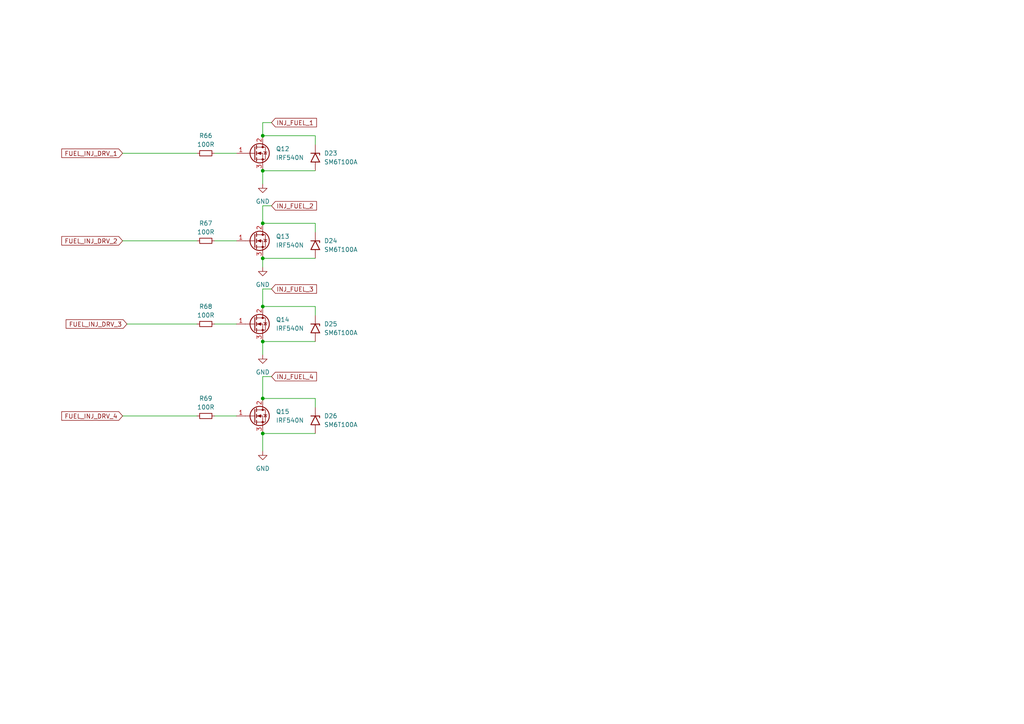
<source format=kicad_sch>
(kicad_sch
	(version 20250114)
	(generator "eeschema")
	(generator_version "9.0")
	(uuid "73ce5b8c-6202-489f-8c7c-570556631e2d")
	(paper "A4")
	(lib_symbols
		(symbol "Device:R_Small"
			(pin_numbers
				(hide yes)
			)
			(pin_names
				(offset 0.254)
				(hide yes)
			)
			(exclude_from_sim no)
			(in_bom yes)
			(on_board yes)
			(property "Reference" "R"
				(at 0.762 0.508 0)
				(effects
					(font
						(size 1.27 1.27)
					)
					(justify left)
				)
			)
			(property "Value" "R_Small"
				(at 0.762 -1.016 0)
				(effects
					(font
						(size 1.27 1.27)
					)
					(justify left)
				)
			)
			(property "Footprint" ""
				(at 0 0 0)
				(effects
					(font
						(size 1.27 1.27)
					)
					(hide yes)
				)
			)
			(property "Datasheet" "~"
				(at 0 0 0)
				(effects
					(font
						(size 1.27 1.27)
					)
					(hide yes)
				)
			)
			(property "Description" "Resistor, small symbol"
				(at 0 0 0)
				(effects
					(font
						(size 1.27 1.27)
					)
					(hide yes)
				)
			)
			(property "ki_keywords" "R resistor"
				(at 0 0 0)
				(effects
					(font
						(size 1.27 1.27)
					)
					(hide yes)
				)
			)
			(property "ki_fp_filters" "R_*"
				(at 0 0 0)
				(effects
					(font
						(size 1.27 1.27)
					)
					(hide yes)
				)
			)
			(symbol "R_Small_0_1"
				(rectangle
					(start -0.762 1.778)
					(end 0.762 -1.778)
					(stroke
						(width 0.2032)
						(type default)
					)
					(fill
						(type none)
					)
				)
			)
			(symbol "R_Small_1_1"
				(pin passive line
					(at 0 2.54 270)
					(length 0.762)
					(name "~"
						(effects
							(font
								(size 1.27 1.27)
							)
						)
					)
					(number "1"
						(effects
							(font
								(size 1.27 1.27)
							)
						)
					)
				)
				(pin passive line
					(at 0 -2.54 90)
					(length 0.762)
					(name "~"
						(effects
							(font
								(size 1.27 1.27)
							)
						)
					)
					(number "2"
						(effects
							(font
								(size 1.27 1.27)
							)
						)
					)
				)
			)
			(embedded_fonts no)
		)
		(symbol "Diode:SM6T100A"
			(pin_numbers
				(hide yes)
			)
			(pin_names
				(offset 1.016)
				(hide yes)
			)
			(exclude_from_sim no)
			(in_bom yes)
			(on_board yes)
			(property "Reference" "D"
				(at 0 2.54 0)
				(effects
					(font
						(size 1.27 1.27)
					)
				)
			)
			(property "Value" "SM6T100A"
				(at 0 -2.54 0)
				(effects
					(font
						(size 1.27 1.27)
					)
				)
			)
			(property "Footprint" "Diode_SMD:D_SMB"
				(at 0 -5.08 0)
				(effects
					(font
						(size 1.27 1.27)
					)
					(hide yes)
				)
			)
			(property "Datasheet" "https://www.st.com/resource/en/datasheet/sm6t.pdf"
				(at -1.27 0 0)
				(effects
					(font
						(size 1.27 1.27)
					)
					(hide yes)
				)
			)
			(property "Description" "600W unidirectional Transil Transient Voltage Suppressor, 100Vrwm, DO-214AA"
				(at 0 0 0)
				(effects
					(font
						(size 1.27 1.27)
					)
					(hide yes)
				)
			)
			(property "ki_keywords" "diode TVS voltage suppressor"
				(at 0 0 0)
				(effects
					(font
						(size 1.27 1.27)
					)
					(hide yes)
				)
			)
			(property "ki_fp_filters" "D*SMB*"
				(at 0 0 0)
				(effects
					(font
						(size 1.27 1.27)
					)
					(hide yes)
				)
			)
			(symbol "SM6T100A_0_1"
				(polyline
					(pts
						(xy -0.762 1.27) (xy -1.27 1.27) (xy -1.27 -1.27)
					)
					(stroke
						(width 0.254)
						(type default)
					)
					(fill
						(type none)
					)
				)
				(polyline
					(pts
						(xy 1.27 1.27) (xy 1.27 -1.27) (xy -1.27 0) (xy 1.27 1.27)
					)
					(stroke
						(width 0.254)
						(type default)
					)
					(fill
						(type none)
					)
				)
			)
			(symbol "SM6T100A_1_1"
				(pin passive line
					(at -3.81 0 0)
					(length 2.54)
					(name "A1"
						(effects
							(font
								(size 1.27 1.27)
							)
						)
					)
					(number "1"
						(effects
							(font
								(size 1.27 1.27)
							)
						)
					)
				)
				(pin passive line
					(at 3.81 0 180)
					(length 2.54)
					(name "A2"
						(effects
							(font
								(size 1.27 1.27)
							)
						)
					)
					(number "2"
						(effects
							(font
								(size 1.27 1.27)
							)
						)
					)
				)
			)
			(embedded_fonts no)
		)
		(symbol "Transistor_FET:IRF540N"
			(pin_names
				(hide yes)
			)
			(exclude_from_sim no)
			(in_bom yes)
			(on_board yes)
			(property "Reference" "Q"
				(at 5.08 1.905 0)
				(effects
					(font
						(size 1.27 1.27)
					)
					(justify left)
				)
			)
			(property "Value" "IRF540N"
				(at 5.08 0 0)
				(effects
					(font
						(size 1.27 1.27)
					)
					(justify left)
				)
			)
			(property "Footprint" "Package_TO_SOT_THT:TO-220-3_Vertical"
				(at 5.08 -1.905 0)
				(effects
					(font
						(size 1.27 1.27)
						(italic yes)
					)
					(justify left)
					(hide yes)
				)
			)
			(property "Datasheet" "http://www.irf.com/product-info/datasheets/data/irf540n.pdf"
				(at 5.08 -3.81 0)
				(effects
					(font
						(size 1.27 1.27)
					)
					(justify left)
					(hide yes)
				)
			)
			(property "Description" "33A Id, 100V Vds, HEXFET N-Channel MOSFET, TO-220"
				(at 0 0 0)
				(effects
					(font
						(size 1.27 1.27)
					)
					(hide yes)
				)
			)
			(property "ki_keywords" "HEXFET N-Channel MOSFET"
				(at 0 0 0)
				(effects
					(font
						(size 1.27 1.27)
					)
					(hide yes)
				)
			)
			(property "ki_fp_filters" "TO?220*"
				(at 0 0 0)
				(effects
					(font
						(size 1.27 1.27)
					)
					(hide yes)
				)
			)
			(symbol "IRF540N_0_1"
				(polyline
					(pts
						(xy 0.254 1.905) (xy 0.254 -1.905)
					)
					(stroke
						(width 0.254)
						(type default)
					)
					(fill
						(type none)
					)
				)
				(polyline
					(pts
						(xy 0.254 0) (xy -2.54 0)
					)
					(stroke
						(width 0)
						(type default)
					)
					(fill
						(type none)
					)
				)
				(polyline
					(pts
						(xy 0.762 2.286) (xy 0.762 1.27)
					)
					(stroke
						(width 0.254)
						(type default)
					)
					(fill
						(type none)
					)
				)
				(polyline
					(pts
						(xy 0.762 0.508) (xy 0.762 -0.508)
					)
					(stroke
						(width 0.254)
						(type default)
					)
					(fill
						(type none)
					)
				)
				(polyline
					(pts
						(xy 0.762 -1.27) (xy 0.762 -2.286)
					)
					(stroke
						(width 0.254)
						(type default)
					)
					(fill
						(type none)
					)
				)
				(polyline
					(pts
						(xy 0.762 -1.778) (xy 3.302 -1.778) (xy 3.302 1.778) (xy 0.762 1.778)
					)
					(stroke
						(width 0)
						(type default)
					)
					(fill
						(type none)
					)
				)
				(polyline
					(pts
						(xy 1.016 0) (xy 2.032 0.381) (xy 2.032 -0.381) (xy 1.016 0)
					)
					(stroke
						(width 0)
						(type default)
					)
					(fill
						(type outline)
					)
				)
				(circle
					(center 1.651 0)
					(radius 2.794)
					(stroke
						(width 0.254)
						(type default)
					)
					(fill
						(type none)
					)
				)
				(polyline
					(pts
						(xy 2.54 2.54) (xy 2.54 1.778)
					)
					(stroke
						(width 0)
						(type default)
					)
					(fill
						(type none)
					)
				)
				(circle
					(center 2.54 1.778)
					(radius 0.254)
					(stroke
						(width 0)
						(type default)
					)
					(fill
						(type outline)
					)
				)
				(circle
					(center 2.54 -1.778)
					(radius 0.254)
					(stroke
						(width 0)
						(type default)
					)
					(fill
						(type outline)
					)
				)
				(polyline
					(pts
						(xy 2.54 -2.54) (xy 2.54 0) (xy 0.762 0)
					)
					(stroke
						(width 0)
						(type default)
					)
					(fill
						(type none)
					)
				)
				(polyline
					(pts
						(xy 2.794 0.508) (xy 2.921 0.381) (xy 3.683 0.381) (xy 3.81 0.254)
					)
					(stroke
						(width 0)
						(type default)
					)
					(fill
						(type none)
					)
				)
				(polyline
					(pts
						(xy 3.302 0.381) (xy 2.921 -0.254) (xy 3.683 -0.254) (xy 3.302 0.381)
					)
					(stroke
						(width 0)
						(type default)
					)
					(fill
						(type none)
					)
				)
			)
			(symbol "IRF540N_1_1"
				(pin input line
					(at -5.08 0 0)
					(length 2.54)
					(name "G"
						(effects
							(font
								(size 1.27 1.27)
							)
						)
					)
					(number "1"
						(effects
							(font
								(size 1.27 1.27)
							)
						)
					)
				)
				(pin passive line
					(at 2.54 5.08 270)
					(length 2.54)
					(name "D"
						(effects
							(font
								(size 1.27 1.27)
							)
						)
					)
					(number "2"
						(effects
							(font
								(size 1.27 1.27)
							)
						)
					)
				)
				(pin passive line
					(at 2.54 -5.08 90)
					(length 2.54)
					(name "S"
						(effects
							(font
								(size 1.27 1.27)
							)
						)
					)
					(number "3"
						(effects
							(font
								(size 1.27 1.27)
							)
						)
					)
				)
			)
			(embedded_fonts no)
		)
		(symbol "power:GND"
			(power)
			(pin_numbers
				(hide yes)
			)
			(pin_names
				(offset 0)
				(hide yes)
			)
			(exclude_from_sim no)
			(in_bom yes)
			(on_board yes)
			(property "Reference" "#PWR"
				(at 0 -6.35 0)
				(effects
					(font
						(size 1.27 1.27)
					)
					(hide yes)
				)
			)
			(property "Value" "GND"
				(at 0 -3.81 0)
				(effects
					(font
						(size 1.27 1.27)
					)
				)
			)
			(property "Footprint" ""
				(at 0 0 0)
				(effects
					(font
						(size 1.27 1.27)
					)
					(hide yes)
				)
			)
			(property "Datasheet" ""
				(at 0 0 0)
				(effects
					(font
						(size 1.27 1.27)
					)
					(hide yes)
				)
			)
			(property "Description" "Power symbol creates a global label with name \"GND\" , ground"
				(at 0 0 0)
				(effects
					(font
						(size 1.27 1.27)
					)
					(hide yes)
				)
			)
			(property "ki_keywords" "global power"
				(at 0 0 0)
				(effects
					(font
						(size 1.27 1.27)
					)
					(hide yes)
				)
			)
			(symbol "GND_0_1"
				(polyline
					(pts
						(xy 0 0) (xy 0 -1.27) (xy 1.27 -1.27) (xy 0 -2.54) (xy -1.27 -1.27) (xy 0 -1.27)
					)
					(stroke
						(width 0)
						(type default)
					)
					(fill
						(type none)
					)
				)
			)
			(symbol "GND_1_1"
				(pin power_in line
					(at 0 0 270)
					(length 0)
					(name "~"
						(effects
							(font
								(size 1.27 1.27)
							)
						)
					)
					(number "1"
						(effects
							(font
								(size 1.27 1.27)
							)
						)
					)
				)
			)
			(embedded_fonts no)
		)
	)
	(junction
		(at 76.2 74.93)
		(diameter 0)
		(color 0 0 0 0)
		(uuid "05514c3e-7121-4248-ba21-bd468c245087")
	)
	(junction
		(at 76.2 88.9)
		(diameter 0)
		(color 0 0 0 0)
		(uuid "066e79e9-dd35-41b1-bdcf-f35ae2045d7f")
	)
	(junction
		(at 76.2 49.53)
		(diameter 0)
		(color 0 0 0 0)
		(uuid "36a9f890-f040-4634-8bbd-764080f01109")
	)
	(junction
		(at 76.2 64.77)
		(diameter 0)
		(color 0 0 0 0)
		(uuid "3ce53183-8c38-4c74-a061-49879fd47bec")
	)
	(junction
		(at 76.2 99.06)
		(diameter 0)
		(color 0 0 0 0)
		(uuid "53d1892b-289b-42a2-931e-d9d12a6375fe")
	)
	(junction
		(at 76.2 125.73)
		(diameter 0)
		(color 0 0 0 0)
		(uuid "7c03251c-fefa-480a-a312-c538acf1436c")
	)
	(junction
		(at 76.2 39.37)
		(diameter 0)
		(color 0 0 0 0)
		(uuid "ba48ebc0-0f3f-4dd9-88cf-1f37bc5916c4")
	)
	(junction
		(at 76.2 115.57)
		(diameter 0)
		(color 0 0 0 0)
		(uuid "d380ceda-aa30-4ad8-acec-3fe2d35f14fe")
	)
	(wire
		(pts
			(xy 91.44 41.91) (xy 91.44 39.37)
		)
		(stroke
			(width 0)
			(type default)
		)
		(uuid "0a97570e-cd7f-407b-a8c0-37b65ef1b500")
	)
	(wire
		(pts
			(xy 76.2 74.93) (xy 91.44 74.93)
		)
		(stroke
			(width 0)
			(type default)
		)
		(uuid "0c001e18-b393-47b2-80f0-b5601b134526")
	)
	(wire
		(pts
			(xy 91.44 91.44) (xy 91.44 88.9)
		)
		(stroke
			(width 0)
			(type default)
		)
		(uuid "11997596-8942-47a7-8f60-822697e71d81")
	)
	(wire
		(pts
			(xy 62.23 93.98) (xy 68.58 93.98)
		)
		(stroke
			(width 0)
			(type default)
		)
		(uuid "150bad54-2150-4faf-98ad-0c0470e30612")
	)
	(wire
		(pts
			(xy 78.74 109.22) (xy 76.2 109.22)
		)
		(stroke
			(width 0)
			(type default)
		)
		(uuid "16d9d847-b78c-479a-8d1f-1517b2a63424")
	)
	(wire
		(pts
			(xy 91.44 118.11) (xy 91.44 115.57)
		)
		(stroke
			(width 0)
			(type default)
		)
		(uuid "1f6ef06c-8cd1-4797-a8e5-42bb5c8db88b")
	)
	(wire
		(pts
			(xy 76.2 109.22) (xy 76.2 115.57)
		)
		(stroke
			(width 0)
			(type default)
		)
		(uuid "2b94c180-d702-4317-ac86-c35cdd6b7625")
	)
	(wire
		(pts
			(xy 78.74 83.82) (xy 76.2 83.82)
		)
		(stroke
			(width 0)
			(type default)
		)
		(uuid "309870bb-c538-4ffe-9aa1-10996f4ee5c6")
	)
	(wire
		(pts
			(xy 35.56 44.45) (xy 57.15 44.45)
		)
		(stroke
			(width 0)
			(type default)
		)
		(uuid "37cb19c8-42ad-4517-ab67-bb317c9c56dc")
	)
	(wire
		(pts
			(xy 76.2 74.93) (xy 76.2 77.47)
		)
		(stroke
			(width 0)
			(type default)
		)
		(uuid "422f1547-b1e8-4bc4-826a-9b169674f319")
	)
	(wire
		(pts
			(xy 62.23 69.85) (xy 68.58 69.85)
		)
		(stroke
			(width 0)
			(type default)
		)
		(uuid "4351b641-38c2-4080-bcbe-5689d45aa29f")
	)
	(wire
		(pts
			(xy 76.2 83.82) (xy 76.2 88.9)
		)
		(stroke
			(width 0)
			(type default)
		)
		(uuid "440e252f-8f1d-4af1-8275-db0a636e68bb")
	)
	(wire
		(pts
			(xy 76.2 35.56) (xy 76.2 39.37)
		)
		(stroke
			(width 0)
			(type default)
		)
		(uuid "4ad00a3b-82a9-4787-a55d-25b38e613eb9")
	)
	(wire
		(pts
			(xy 91.44 67.31) (xy 91.44 64.77)
		)
		(stroke
			(width 0)
			(type default)
		)
		(uuid "69a374c3-cf27-49db-93d9-a7a9a8ad89bc")
	)
	(wire
		(pts
			(xy 91.44 115.57) (xy 76.2 115.57)
		)
		(stroke
			(width 0)
			(type default)
		)
		(uuid "6e653cda-d433-4464-beba-1795e9c4be38")
	)
	(wire
		(pts
			(xy 36.83 93.98) (xy 57.15 93.98)
		)
		(stroke
			(width 0)
			(type default)
		)
		(uuid "7913853b-ff15-44c8-bf02-349063b7c80d")
	)
	(wire
		(pts
			(xy 76.2 99.06) (xy 76.2 102.87)
		)
		(stroke
			(width 0)
			(type default)
		)
		(uuid "9a09e05a-1b7f-4886-8db6-ee2de999c9ec")
	)
	(wire
		(pts
			(xy 35.56 120.65) (xy 57.15 120.65)
		)
		(stroke
			(width 0)
			(type default)
		)
		(uuid "9a5c9cf1-2b59-4b8e-902b-5994b1176352")
	)
	(wire
		(pts
			(xy 76.2 125.73) (xy 91.44 125.73)
		)
		(stroke
			(width 0)
			(type default)
		)
		(uuid "9d68fb88-f7bd-4e52-bff4-5454d4d8f26f")
	)
	(wire
		(pts
			(xy 35.56 69.85) (xy 57.15 69.85)
		)
		(stroke
			(width 0)
			(type default)
		)
		(uuid "a0422fe6-65b8-4854-865d-1440817372a2")
	)
	(wire
		(pts
			(xy 76.2 59.69) (xy 76.2 64.77)
		)
		(stroke
			(width 0)
			(type default)
		)
		(uuid "a0ae02c3-e5c1-48bd-a1b5-ea5e3ca875ac")
	)
	(wire
		(pts
			(xy 62.23 120.65) (xy 68.58 120.65)
		)
		(stroke
			(width 0)
			(type default)
		)
		(uuid "ac7b78a4-45a6-4031-8e3c-066cdfd6110c")
	)
	(wire
		(pts
			(xy 76.2 99.06) (xy 91.44 99.06)
		)
		(stroke
			(width 0)
			(type default)
		)
		(uuid "b1e03a24-c17f-45bf-a1b8-c11ff0868a37")
	)
	(wire
		(pts
			(xy 76.2 49.53) (xy 91.44 49.53)
		)
		(stroke
			(width 0)
			(type default)
		)
		(uuid "b286f2b2-2921-4b31-baae-7532c497fdf7")
	)
	(wire
		(pts
			(xy 91.44 88.9) (xy 76.2 88.9)
		)
		(stroke
			(width 0)
			(type default)
		)
		(uuid "be55d4bc-1c8f-470f-ad5f-c826e39bab2a")
	)
	(wire
		(pts
			(xy 76.2 125.73) (xy 76.2 130.81)
		)
		(stroke
			(width 0)
			(type default)
		)
		(uuid "cbbd7466-2111-48bd-9150-669d4a11cd24")
	)
	(wire
		(pts
			(xy 91.44 39.37) (xy 76.2 39.37)
		)
		(stroke
			(width 0)
			(type default)
		)
		(uuid "d1e1e564-5e3c-4394-a66d-c01812d95428")
	)
	(wire
		(pts
			(xy 78.74 59.69) (xy 76.2 59.69)
		)
		(stroke
			(width 0)
			(type default)
		)
		(uuid "e4549e23-9193-4f23-aed6-9e24794ba2c9")
	)
	(wire
		(pts
			(xy 78.74 35.56) (xy 76.2 35.56)
		)
		(stroke
			(width 0)
			(type default)
		)
		(uuid "e56626d4-a208-4f71-84f2-426639c8091c")
	)
	(wire
		(pts
			(xy 91.44 64.77) (xy 76.2 64.77)
		)
		(stroke
			(width 0)
			(type default)
		)
		(uuid "ef01e909-adda-4c02-82df-7432417848dd")
	)
	(wire
		(pts
			(xy 62.23 44.45) (xy 68.58 44.45)
		)
		(stroke
			(width 0)
			(type default)
		)
		(uuid "f2186ea0-d7a0-459a-af71-8d4218d63b8d")
	)
	(wire
		(pts
			(xy 76.2 49.53) (xy 76.2 53.34)
		)
		(stroke
			(width 0)
			(type default)
		)
		(uuid "f9e249e0-caeb-415e-888e-7997e185aa97")
	)
	(global_label "FUEL_INJ_DRV_2"
		(shape input)
		(at 35.56 69.85 180)
		(fields_autoplaced yes)
		(effects
			(font
				(size 1.27 1.27)
			)
			(justify right)
		)
		(uuid "1d6f3364-a6de-4a3c-8aab-937f649e6f09")
		(property "Intersheetrefs" "${INTERSHEET_REFS}"
			(at 17.3348 69.85 0)
			(effects
				(font
					(size 1.27 1.27)
				)
				(justify right)
				(hide yes)
			)
		)
	)
	(global_label "INJ_FUEL_2"
		(shape input)
		(at 78.74 59.69 0)
		(fields_autoplaced yes)
		(effects
			(font
				(size 1.27 1.27)
			)
			(justify left)
		)
		(uuid "301e915a-f4ac-45e4-b727-143eb2ffaf9a")
		(property "Intersheetrefs" "${INTERSHEET_REFS}"
			(at 92.369 59.69 0)
			(effects
				(font
					(size 1.27 1.27)
				)
				(justify left)
				(hide yes)
			)
		)
	)
	(global_label "FUEL_INJ_DRV_1"
		(shape input)
		(at 35.56 44.45 180)
		(fields_autoplaced yes)
		(effects
			(font
				(size 1.27 1.27)
			)
			(justify right)
		)
		(uuid "3787bb32-2669-41f8-acbb-d878175d06b0")
		(property "Intersheetrefs" "${INTERSHEET_REFS}"
			(at 17.3348 44.45 0)
			(effects
				(font
					(size 1.27 1.27)
				)
				(justify right)
				(hide yes)
			)
		)
	)
	(global_label "FUEL_INJ_DRV_4"
		(shape input)
		(at 35.56 120.65 180)
		(fields_autoplaced yes)
		(effects
			(font
				(size 1.27 1.27)
			)
			(justify right)
		)
		(uuid "6165869f-7ad5-4956-ab76-7ad3ddce685e")
		(property "Intersheetrefs" "${INTERSHEET_REFS}"
			(at 17.3348 120.65 0)
			(effects
				(font
					(size 1.27 1.27)
				)
				(justify right)
				(hide yes)
			)
		)
	)
	(global_label "INJ_FUEL_4"
		(shape input)
		(at 78.74 109.22 0)
		(fields_autoplaced yes)
		(effects
			(font
				(size 1.27 1.27)
			)
			(justify left)
		)
		(uuid "b639c719-fea1-4bea-ba6d-04398ec9ec2c")
		(property "Intersheetrefs" "${INTERSHEET_REFS}"
			(at 92.369 109.22 0)
			(effects
				(font
					(size 1.27 1.27)
				)
				(justify left)
				(hide yes)
			)
		)
	)
	(global_label "INJ_FUEL_3"
		(shape input)
		(at 78.74 83.82 0)
		(fields_autoplaced yes)
		(effects
			(font
				(size 1.27 1.27)
			)
			(justify left)
		)
		(uuid "dc05a347-17c6-4554-949f-2ec73d96ba71")
		(property "Intersheetrefs" "${INTERSHEET_REFS}"
			(at 92.369 83.82 0)
			(effects
				(font
					(size 1.27 1.27)
				)
				(justify left)
				(hide yes)
			)
		)
	)
	(global_label "FUEL_INJ_DRV_3"
		(shape input)
		(at 36.83 93.98 180)
		(fields_autoplaced yes)
		(effects
			(font
				(size 1.27 1.27)
			)
			(justify right)
		)
		(uuid "ee49b991-023b-4e3d-8ac4-d1a7e461d8a0")
		(property "Intersheetrefs" "${INTERSHEET_REFS}"
			(at 18.6048 93.98 0)
			(effects
				(font
					(size 1.27 1.27)
				)
				(justify right)
				(hide yes)
			)
		)
	)
	(global_label "INJ_FUEL_1"
		(shape input)
		(at 78.74 35.56 0)
		(fields_autoplaced yes)
		(effects
			(font
				(size 1.27 1.27)
			)
			(justify left)
		)
		(uuid "f5564fb8-a5b1-4c5d-b47b-719ad793d618")
		(property "Intersheetrefs" "${INTERSHEET_REFS}"
			(at 92.369 35.56 0)
			(effects
				(font
					(size 1.27 1.27)
				)
				(justify left)
				(hide yes)
			)
		)
	)
	(symbol
		(lib_id "Device:R_Small")
		(at 59.69 120.65 90)
		(unit 1)
		(exclude_from_sim no)
		(in_bom yes)
		(on_board yes)
		(dnp no)
		(fields_autoplaced yes)
		(uuid "07602d92-5bc1-4b04-9e96-807903e8f9ff")
		(property "Reference" "R69"
			(at 59.69 115.57 90)
			(effects
				(font
					(size 1.27 1.27)
				)
			)
		)
		(property "Value" "100R"
			(at 59.69 118.11 90)
			(effects
				(font
					(size 1.27 1.27)
				)
			)
		)
		(property "Footprint" "Resistor_SMD:R_0603_1608Metric_Pad0.98x0.95mm_HandSolder"
			(at 59.69 120.65 0)
			(effects
				(font
					(size 1.27 1.27)
				)
				(hide yes)
			)
		)
		(property "Datasheet" "~"
			(at 59.69 120.65 0)
			(effects
				(font
					(size 1.27 1.27)
				)
				(hide yes)
			)
		)
		(property "Description" "Resistor, small symbol"
			(at 59.69 120.65 0)
			(effects
				(font
					(size 1.27 1.27)
				)
				(hide yes)
			)
		)
		(pin "1"
			(uuid "e8879a09-c684-487d-a464-9329b0184141")
		)
		(pin "2"
			(uuid "9dd41055-a4f9-4c3c-8316-a4e637f8e130")
		)
		(instances
			(project "IgnitionController"
				(path "/96744ec0-1e7f-4d75-9985-0095978419e2/e9a117d3-baff-46fe-9283-c7ea89cfc698"
					(reference "R69")
					(unit 1)
				)
			)
		)
	)
	(symbol
		(lib_id "Diode:SM6T100A")
		(at 91.44 121.92 270)
		(unit 1)
		(exclude_from_sim no)
		(in_bom yes)
		(on_board yes)
		(dnp no)
		(fields_autoplaced yes)
		(uuid "0fee1e17-d331-49f3-93bb-c4059f3a2e8f")
		(property "Reference" "D26"
			(at 93.98 120.6499 90)
			(effects
				(font
					(size 1.27 1.27)
				)
				(justify left)
			)
		)
		(property "Value" "SM6T100A"
			(at 93.98 123.1899 90)
			(effects
				(font
					(size 1.27 1.27)
				)
				(justify left)
			)
		)
		(property "Footprint" "Diode_SMD:D_SMB"
			(at 86.36 121.92 0)
			(effects
				(font
					(size 1.27 1.27)
				)
				(hide yes)
			)
		)
		(property "Datasheet" "https://www.st.com/resource/en/datasheet/sm6t.pdf"
			(at 91.44 120.65 0)
			(effects
				(font
					(size 1.27 1.27)
				)
				(hide yes)
			)
		)
		(property "Description" "600W unidirectional Transil Transient Voltage Suppressor, 100Vrwm, DO-214AA"
			(at 91.44 121.92 0)
			(effects
				(font
					(size 1.27 1.27)
				)
				(hide yes)
			)
		)
		(pin "1"
			(uuid "50c4dfce-213b-44fc-b8cd-3e1fc0368010")
		)
		(pin "2"
			(uuid "586aae53-7b9b-4512-8dfa-155da243f388")
		)
		(instances
			(project "IgnitionController"
				(path "/96744ec0-1e7f-4d75-9985-0095978419e2/e9a117d3-baff-46fe-9283-c7ea89cfc698"
					(reference "D26")
					(unit 1)
				)
			)
		)
	)
	(symbol
		(lib_id "Transistor_FET:IRF540N")
		(at 73.66 44.45 0)
		(unit 1)
		(exclude_from_sim no)
		(in_bom yes)
		(on_board yes)
		(dnp no)
		(fields_autoplaced yes)
		(uuid "3042181d-7956-4c4b-b0e9-8bda1ba6b4f3")
		(property "Reference" "Q12"
			(at 80.01 43.1799 0)
			(effects
				(font
					(size 1.27 1.27)
				)
				(justify left)
			)
		)
		(property "Value" "IRF540N"
			(at 80.01 45.7199 0)
			(effects
				(font
					(size 1.27 1.27)
				)
				(justify left)
			)
		)
		(property "Footprint" "Package_TO_SOT_THT:TO-220-3_Vertical"
			(at 78.74 46.355 0)
			(effects
				(font
					(size 1.27 1.27)
					(italic yes)
				)
				(justify left)
				(hide yes)
			)
		)
		(property "Datasheet" "http://www.irf.com/product-info/datasheets/data/irf540n.pdf"
			(at 78.74 48.26 0)
			(effects
				(font
					(size 1.27 1.27)
				)
				(justify left)
				(hide yes)
			)
		)
		(property "Description" "33A Id, 100V Vds, HEXFET N-Channel MOSFET, TO-220"
			(at 73.66 44.45 0)
			(effects
				(font
					(size 1.27 1.27)
				)
				(hide yes)
			)
		)
		(pin "2"
			(uuid "91724e00-b1d5-4845-872c-e0c35db88c53")
		)
		(pin "1"
			(uuid "9aaf453e-a4c8-489b-83dc-1900b21f7a57")
		)
		(pin "3"
			(uuid "b9e67b98-bc9b-4a02-ab11-3ad3e67e5aa8")
		)
		(instances
			(project "IgnitionController"
				(path "/96744ec0-1e7f-4d75-9985-0095978419e2/e9a117d3-baff-46fe-9283-c7ea89cfc698"
					(reference "Q12")
					(unit 1)
				)
			)
		)
	)
	(symbol
		(lib_id "Diode:SM6T100A")
		(at 91.44 95.25 270)
		(unit 1)
		(exclude_from_sim no)
		(in_bom yes)
		(on_board yes)
		(dnp no)
		(fields_autoplaced yes)
		(uuid "3a600137-2fe8-46bf-a0ed-10e2819ee1a1")
		(property "Reference" "D25"
			(at 93.98 93.9799 90)
			(effects
				(font
					(size 1.27 1.27)
				)
				(justify left)
			)
		)
		(property "Value" "SM6T100A"
			(at 93.98 96.5199 90)
			(effects
				(font
					(size 1.27 1.27)
				)
				(justify left)
			)
		)
		(property "Footprint" "Diode_SMD:D_SMB"
			(at 86.36 95.25 0)
			(effects
				(font
					(size 1.27 1.27)
				)
				(hide yes)
			)
		)
		(property "Datasheet" "https://www.st.com/resource/en/datasheet/sm6t.pdf"
			(at 91.44 93.98 0)
			(effects
				(font
					(size 1.27 1.27)
				)
				(hide yes)
			)
		)
		(property "Description" "600W unidirectional Transil Transient Voltage Suppressor, 100Vrwm, DO-214AA"
			(at 91.44 95.25 0)
			(effects
				(font
					(size 1.27 1.27)
				)
				(hide yes)
			)
		)
		(pin "1"
			(uuid "5a66a95d-b152-472c-88b3-b867e08cbd18")
		)
		(pin "2"
			(uuid "83ab25c7-e79a-4362-8743-ede757b93550")
		)
		(instances
			(project "IgnitionController"
				(path "/96744ec0-1e7f-4d75-9985-0095978419e2/e9a117d3-baff-46fe-9283-c7ea89cfc698"
					(reference "D25")
					(unit 1)
				)
			)
		)
	)
	(symbol
		(lib_id "Transistor_FET:IRF540N")
		(at 73.66 120.65 0)
		(unit 1)
		(exclude_from_sim no)
		(in_bom yes)
		(on_board yes)
		(dnp no)
		(fields_autoplaced yes)
		(uuid "3ab559ca-5187-4fce-8274-a518d47b9898")
		(property "Reference" "Q15"
			(at 80.01 119.3799 0)
			(effects
				(font
					(size 1.27 1.27)
				)
				(justify left)
			)
		)
		(property "Value" "IRF540N"
			(at 80.01 121.9199 0)
			(effects
				(font
					(size 1.27 1.27)
				)
				(justify left)
			)
		)
		(property "Footprint" "Package_TO_SOT_THT:TO-220-3_Vertical"
			(at 78.74 122.555 0)
			(effects
				(font
					(size 1.27 1.27)
					(italic yes)
				)
				(justify left)
				(hide yes)
			)
		)
		(property "Datasheet" "http://www.irf.com/product-info/datasheets/data/irf540n.pdf"
			(at 78.74 124.46 0)
			(effects
				(font
					(size 1.27 1.27)
				)
				(justify left)
				(hide yes)
			)
		)
		(property "Description" "33A Id, 100V Vds, HEXFET N-Channel MOSFET, TO-220"
			(at 73.66 120.65 0)
			(effects
				(font
					(size 1.27 1.27)
				)
				(hide yes)
			)
		)
		(pin "2"
			(uuid "10ceaa94-3dbc-4bf3-a5a1-21f5e2928c31")
		)
		(pin "1"
			(uuid "607a707e-92b8-4cc1-bb7c-803a62082b9d")
		)
		(pin "3"
			(uuid "840f4b98-92e4-4d09-97ff-1e4b461f7b0f")
		)
		(instances
			(project "IgnitionController"
				(path "/96744ec0-1e7f-4d75-9985-0095978419e2/e9a117d3-baff-46fe-9283-c7ea89cfc698"
					(reference "Q15")
					(unit 1)
				)
			)
		)
	)
	(symbol
		(lib_id "Diode:SM6T100A")
		(at 91.44 71.12 270)
		(unit 1)
		(exclude_from_sim no)
		(in_bom yes)
		(on_board yes)
		(dnp no)
		(fields_autoplaced yes)
		(uuid "3c202ea4-a759-477b-89e8-758e36445303")
		(property "Reference" "D24"
			(at 93.98 69.8499 90)
			(effects
				(font
					(size 1.27 1.27)
				)
				(justify left)
			)
		)
		(property "Value" "SM6T100A"
			(at 93.98 72.3899 90)
			(effects
				(font
					(size 1.27 1.27)
				)
				(justify left)
			)
		)
		(property "Footprint" "Diode_SMD:D_SMB"
			(at 86.36 71.12 0)
			(effects
				(font
					(size 1.27 1.27)
				)
				(hide yes)
			)
		)
		(property "Datasheet" "https://www.st.com/resource/en/datasheet/sm6t.pdf"
			(at 91.44 69.85 0)
			(effects
				(font
					(size 1.27 1.27)
				)
				(hide yes)
			)
		)
		(property "Description" "600W unidirectional Transil Transient Voltage Suppressor, 100Vrwm, DO-214AA"
			(at 91.44 71.12 0)
			(effects
				(font
					(size 1.27 1.27)
				)
				(hide yes)
			)
		)
		(pin "1"
			(uuid "90bc6f84-c9ed-4872-a175-688091a24349")
		)
		(pin "2"
			(uuid "b9e8ae56-5fcd-4d71-9bdf-0be3edf38084")
		)
		(instances
			(project "IgnitionController"
				(path "/96744ec0-1e7f-4d75-9985-0095978419e2/e9a117d3-baff-46fe-9283-c7ea89cfc698"
					(reference "D24")
					(unit 1)
				)
			)
		)
	)
	(symbol
		(lib_id "power:GND")
		(at 76.2 53.34 0)
		(unit 1)
		(exclude_from_sim no)
		(in_bom yes)
		(on_board yes)
		(dnp no)
		(fields_autoplaced yes)
		(uuid "57ec580e-dd9e-4819-b16b-7e66a86df295")
		(property "Reference" "#PWR0112"
			(at 76.2 59.69 0)
			(effects
				(font
					(size 1.27 1.27)
				)
				(hide yes)
			)
		)
		(property "Value" "GND"
			(at 76.2 58.42 0)
			(effects
				(font
					(size 1.27 1.27)
				)
			)
		)
		(property "Footprint" ""
			(at 76.2 53.34 0)
			(effects
				(font
					(size 1.27 1.27)
				)
				(hide yes)
			)
		)
		(property "Datasheet" ""
			(at 76.2 53.34 0)
			(effects
				(font
					(size 1.27 1.27)
				)
				(hide yes)
			)
		)
		(property "Description" "Power symbol creates a global label with name \"GND\" , ground"
			(at 76.2 53.34 0)
			(effects
				(font
					(size 1.27 1.27)
				)
				(hide yes)
			)
		)
		(pin "1"
			(uuid "ff578485-0228-4eec-93db-0b693861cd47")
		)
		(instances
			(project "IgnitionController"
				(path "/96744ec0-1e7f-4d75-9985-0095978419e2/e9a117d3-baff-46fe-9283-c7ea89cfc698"
					(reference "#PWR0112")
					(unit 1)
				)
			)
		)
	)
	(symbol
		(lib_id "Diode:SM6T100A")
		(at 91.44 45.72 270)
		(unit 1)
		(exclude_from_sim no)
		(in_bom yes)
		(on_board yes)
		(dnp no)
		(fields_autoplaced yes)
		(uuid "5c70c814-43c7-49d4-ad61-ecd26b5d9df9")
		(property "Reference" "D23"
			(at 93.98 44.4499 90)
			(effects
				(font
					(size 1.27 1.27)
				)
				(justify left)
			)
		)
		(property "Value" "SM6T100A"
			(at 93.98 46.9899 90)
			(effects
				(font
					(size 1.27 1.27)
				)
				(justify left)
			)
		)
		(property "Footprint" "Diode_SMD:D_SMB"
			(at 86.36 45.72 0)
			(effects
				(font
					(size 1.27 1.27)
				)
				(hide yes)
			)
		)
		(property "Datasheet" "https://www.st.com/resource/en/datasheet/sm6t.pdf"
			(at 91.44 44.45 0)
			(effects
				(font
					(size 1.27 1.27)
				)
				(hide yes)
			)
		)
		(property "Description" "600W unidirectional Transil Transient Voltage Suppressor, 100Vrwm, DO-214AA"
			(at 91.44 45.72 0)
			(effects
				(font
					(size 1.27 1.27)
				)
				(hide yes)
			)
		)
		(pin "1"
			(uuid "fb7c8598-6da7-4860-8bd0-c728ed0fe588")
		)
		(pin "2"
			(uuid "f6c60a6a-cbd5-4ddd-9fad-9a408455439a")
		)
		(instances
			(project "IgnitionController"
				(path "/96744ec0-1e7f-4d75-9985-0095978419e2/e9a117d3-baff-46fe-9283-c7ea89cfc698"
					(reference "D23")
					(unit 1)
				)
			)
		)
	)
	(symbol
		(lib_id "Device:R_Small")
		(at 59.69 93.98 90)
		(unit 1)
		(exclude_from_sim no)
		(in_bom yes)
		(on_board yes)
		(dnp no)
		(fields_autoplaced yes)
		(uuid "6e9b3817-b900-4ead-91b7-6e18c310d9a5")
		(property "Reference" "R68"
			(at 59.69 88.9 90)
			(effects
				(font
					(size 1.27 1.27)
				)
			)
		)
		(property "Value" "100R"
			(at 59.69 91.44 90)
			(effects
				(font
					(size 1.27 1.27)
				)
			)
		)
		(property "Footprint" "Resistor_SMD:R_0603_1608Metric_Pad0.98x0.95mm_HandSolder"
			(at 59.69 93.98 0)
			(effects
				(font
					(size 1.27 1.27)
				)
				(hide yes)
			)
		)
		(property "Datasheet" "~"
			(at 59.69 93.98 0)
			(effects
				(font
					(size 1.27 1.27)
				)
				(hide yes)
			)
		)
		(property "Description" "Resistor, small symbol"
			(at 59.69 93.98 0)
			(effects
				(font
					(size 1.27 1.27)
				)
				(hide yes)
			)
		)
		(pin "1"
			(uuid "d6167873-7261-4b1e-aca9-f5dff9668d7d")
		)
		(pin "2"
			(uuid "5d443da8-2d97-4979-8468-c8376d9fd205")
		)
		(instances
			(project "IgnitionController"
				(path "/96744ec0-1e7f-4d75-9985-0095978419e2/e9a117d3-baff-46fe-9283-c7ea89cfc698"
					(reference "R68")
					(unit 1)
				)
			)
		)
	)
	(symbol
		(lib_id "power:GND")
		(at 76.2 102.87 0)
		(unit 1)
		(exclude_from_sim no)
		(in_bom yes)
		(on_board yes)
		(dnp no)
		(fields_autoplaced yes)
		(uuid "70e00c9c-b512-4e75-a44a-290a067fa27b")
		(property "Reference" "#PWR0114"
			(at 76.2 109.22 0)
			(effects
				(font
					(size 1.27 1.27)
				)
				(hide yes)
			)
		)
		(property "Value" "GND"
			(at 76.2 107.95 0)
			(effects
				(font
					(size 1.27 1.27)
				)
			)
		)
		(property "Footprint" ""
			(at 76.2 102.87 0)
			(effects
				(font
					(size 1.27 1.27)
				)
				(hide yes)
			)
		)
		(property "Datasheet" ""
			(at 76.2 102.87 0)
			(effects
				(font
					(size 1.27 1.27)
				)
				(hide yes)
			)
		)
		(property "Description" "Power symbol creates a global label with name \"GND\" , ground"
			(at 76.2 102.87 0)
			(effects
				(font
					(size 1.27 1.27)
				)
				(hide yes)
			)
		)
		(pin "1"
			(uuid "1593de4c-04e5-4146-8003-15b7f1fb5ac4")
		)
		(instances
			(project "IgnitionController"
				(path "/96744ec0-1e7f-4d75-9985-0095978419e2/e9a117d3-baff-46fe-9283-c7ea89cfc698"
					(reference "#PWR0114")
					(unit 1)
				)
			)
		)
	)
	(symbol
		(lib_id "Device:R_Small")
		(at 59.69 44.45 90)
		(unit 1)
		(exclude_from_sim no)
		(in_bom yes)
		(on_board yes)
		(dnp no)
		(fields_autoplaced yes)
		(uuid "97d8dbdb-7137-4c8c-bf34-96d2c691f499")
		(property "Reference" "R66"
			(at 59.69 39.37 90)
			(effects
				(font
					(size 1.27 1.27)
				)
			)
		)
		(property "Value" "100R"
			(at 59.69 41.91 90)
			(effects
				(font
					(size 1.27 1.27)
				)
			)
		)
		(property "Footprint" "Resistor_SMD:R_0603_1608Metric_Pad0.98x0.95mm_HandSolder"
			(at 59.69 44.45 0)
			(effects
				(font
					(size 1.27 1.27)
				)
				(hide yes)
			)
		)
		(property "Datasheet" "~"
			(at 59.69 44.45 0)
			(effects
				(font
					(size 1.27 1.27)
				)
				(hide yes)
			)
		)
		(property "Description" "Resistor, small symbol"
			(at 59.69 44.45 0)
			(effects
				(font
					(size 1.27 1.27)
				)
				(hide yes)
			)
		)
		(pin "1"
			(uuid "f1b9fd64-4596-4c13-9c77-fbbbee33b6df")
		)
		(pin "2"
			(uuid "ae485fdc-b43c-47be-8751-53687441133c")
		)
		(instances
			(project "IgnitionController"
				(path "/96744ec0-1e7f-4d75-9985-0095978419e2/e9a117d3-baff-46fe-9283-c7ea89cfc698"
					(reference "R66")
					(unit 1)
				)
			)
		)
	)
	(symbol
		(lib_id "Transistor_FET:IRF540N")
		(at 73.66 93.98 0)
		(unit 1)
		(exclude_from_sim no)
		(in_bom yes)
		(on_board yes)
		(dnp no)
		(fields_autoplaced yes)
		(uuid "a7e46421-6b1c-4bf5-b468-d81b0e6e8fc3")
		(property "Reference" "Q14"
			(at 80.01 92.7099 0)
			(effects
				(font
					(size 1.27 1.27)
				)
				(justify left)
			)
		)
		(property "Value" "IRF540N"
			(at 80.01 95.2499 0)
			(effects
				(font
					(size 1.27 1.27)
				)
				(justify left)
			)
		)
		(property "Footprint" "Package_TO_SOT_THT:TO-220-3_Vertical"
			(at 78.74 95.885 0)
			(effects
				(font
					(size 1.27 1.27)
					(italic yes)
				)
				(justify left)
				(hide yes)
			)
		)
		(property "Datasheet" "http://www.irf.com/product-info/datasheets/data/irf540n.pdf"
			(at 78.74 97.79 0)
			(effects
				(font
					(size 1.27 1.27)
				)
				(justify left)
				(hide yes)
			)
		)
		(property "Description" "33A Id, 100V Vds, HEXFET N-Channel MOSFET, TO-220"
			(at 73.66 93.98 0)
			(effects
				(font
					(size 1.27 1.27)
				)
				(hide yes)
			)
		)
		(pin "2"
			(uuid "7c0ebdb2-a8e0-48eb-b7d8-fb153bd5812a")
		)
		(pin "1"
			(uuid "5f47ee4a-25c6-4301-8868-b39ae1c4bea8")
		)
		(pin "3"
			(uuid "aa0960c7-2315-46aa-a69a-b0ecb431d320")
		)
		(instances
			(project "IgnitionController"
				(path "/96744ec0-1e7f-4d75-9985-0095978419e2/e9a117d3-baff-46fe-9283-c7ea89cfc698"
					(reference "Q14")
					(unit 1)
				)
			)
		)
	)
	(symbol
		(lib_id "Device:R_Small")
		(at 59.69 69.85 90)
		(unit 1)
		(exclude_from_sim no)
		(in_bom yes)
		(on_board yes)
		(dnp no)
		(fields_autoplaced yes)
		(uuid "a88491fc-34e0-4949-ae86-36ad004d7c25")
		(property "Reference" "R67"
			(at 59.69 64.77 90)
			(effects
				(font
					(size 1.27 1.27)
				)
			)
		)
		(property "Value" "100R"
			(at 59.69 67.31 90)
			(effects
				(font
					(size 1.27 1.27)
				)
			)
		)
		(property "Footprint" "Resistor_SMD:R_0603_1608Metric_Pad0.98x0.95mm_HandSolder"
			(at 59.69 69.85 0)
			(effects
				(font
					(size 1.27 1.27)
				)
				(hide yes)
			)
		)
		(property "Datasheet" "~"
			(at 59.69 69.85 0)
			(effects
				(font
					(size 1.27 1.27)
				)
				(hide yes)
			)
		)
		(property "Description" "Resistor, small symbol"
			(at 59.69 69.85 0)
			(effects
				(font
					(size 1.27 1.27)
				)
				(hide yes)
			)
		)
		(pin "1"
			(uuid "99ac997e-6ae8-417a-bf92-c33739180c39")
		)
		(pin "2"
			(uuid "e0c6f94d-0926-45ae-8dd3-7cce7ef0570b")
		)
		(instances
			(project "IgnitionController"
				(path "/96744ec0-1e7f-4d75-9985-0095978419e2/e9a117d3-baff-46fe-9283-c7ea89cfc698"
					(reference "R67")
					(unit 1)
				)
			)
		)
	)
	(symbol
		(lib_id "power:GND")
		(at 76.2 77.47 0)
		(unit 1)
		(exclude_from_sim no)
		(in_bom yes)
		(on_board yes)
		(dnp no)
		(fields_autoplaced yes)
		(uuid "b21abc02-5e2e-481a-a47e-73624825b4e3")
		(property "Reference" "#PWR0113"
			(at 76.2 83.82 0)
			(effects
				(font
					(size 1.27 1.27)
				)
				(hide yes)
			)
		)
		(property "Value" "GND"
			(at 76.2 82.55 0)
			(effects
				(font
					(size 1.27 1.27)
				)
			)
		)
		(property "Footprint" ""
			(at 76.2 77.47 0)
			(effects
				(font
					(size 1.27 1.27)
				)
				(hide yes)
			)
		)
		(property "Datasheet" ""
			(at 76.2 77.47 0)
			(effects
				(font
					(size 1.27 1.27)
				)
				(hide yes)
			)
		)
		(property "Description" "Power symbol creates a global label with name \"GND\" , ground"
			(at 76.2 77.47 0)
			(effects
				(font
					(size 1.27 1.27)
				)
				(hide yes)
			)
		)
		(pin "1"
			(uuid "ae60d200-9335-4fc0-b1cb-d35bfb7e5a60")
		)
		(instances
			(project "IgnitionController"
				(path "/96744ec0-1e7f-4d75-9985-0095978419e2/e9a117d3-baff-46fe-9283-c7ea89cfc698"
					(reference "#PWR0113")
					(unit 1)
				)
			)
		)
	)
	(symbol
		(lib_id "Transistor_FET:IRF540N")
		(at 73.66 69.85 0)
		(unit 1)
		(exclude_from_sim no)
		(in_bom yes)
		(on_board yes)
		(dnp no)
		(fields_autoplaced yes)
		(uuid "bcd05b37-5d5b-4faa-a202-8a5502d37e5c")
		(property "Reference" "Q13"
			(at 80.01 68.5799 0)
			(effects
				(font
					(size 1.27 1.27)
				)
				(justify left)
			)
		)
		(property "Value" "IRF540N"
			(at 80.01 71.1199 0)
			(effects
				(font
					(size 1.27 1.27)
				)
				(justify left)
			)
		)
		(property "Footprint" "Package_TO_SOT_THT:TO-220-3_Vertical"
			(at 78.74 71.755 0)
			(effects
				(font
					(size 1.27 1.27)
					(italic yes)
				)
				(justify left)
				(hide yes)
			)
		)
		(property "Datasheet" "http://www.irf.com/product-info/datasheets/data/irf540n.pdf"
			(at 78.74 73.66 0)
			(effects
				(font
					(size 1.27 1.27)
				)
				(justify left)
				(hide yes)
			)
		)
		(property "Description" "33A Id, 100V Vds, HEXFET N-Channel MOSFET, TO-220"
			(at 73.66 69.85 0)
			(effects
				(font
					(size 1.27 1.27)
				)
				(hide yes)
			)
		)
		(pin "2"
			(uuid "29b936e5-4760-461a-845b-b1b133138d6c")
		)
		(pin "1"
			(uuid "8a14e22b-e764-41fb-b528-92d1cc33a779")
		)
		(pin "3"
			(uuid "c73a00a1-c0a3-4359-8049-0dede6832ef4")
		)
		(instances
			(project "IgnitionController"
				(path "/96744ec0-1e7f-4d75-9985-0095978419e2/e9a117d3-baff-46fe-9283-c7ea89cfc698"
					(reference "Q13")
					(unit 1)
				)
			)
		)
	)
	(symbol
		(lib_id "power:GND")
		(at 76.2 130.81 0)
		(unit 1)
		(exclude_from_sim no)
		(in_bom yes)
		(on_board yes)
		(dnp no)
		(fields_autoplaced yes)
		(uuid "e260b3e8-9fad-4d9f-bdca-4cc9e0b4aa59")
		(property "Reference" "#PWR0115"
			(at 76.2 137.16 0)
			(effects
				(font
					(size 1.27 1.27)
				)
				(hide yes)
			)
		)
		(property "Value" "GND"
			(at 76.2 135.89 0)
			(effects
				(font
					(size 1.27 1.27)
				)
			)
		)
		(property "Footprint" ""
			(at 76.2 130.81 0)
			(effects
				(font
					(size 1.27 1.27)
				)
				(hide yes)
			)
		)
		(property "Datasheet" ""
			(at 76.2 130.81 0)
			(effects
				(font
					(size 1.27 1.27)
				)
				(hide yes)
			)
		)
		(property "Description" "Power symbol creates a global label with name \"GND\" , ground"
			(at 76.2 130.81 0)
			(effects
				(font
					(size 1.27 1.27)
				)
				(hide yes)
			)
		)
		(pin "1"
			(uuid "283f0008-4432-4cc3-9e23-a6e66f5b50ec")
		)
		(instances
			(project "IgnitionController"
				(path "/96744ec0-1e7f-4d75-9985-0095978419e2/e9a117d3-baff-46fe-9283-c7ea89cfc698"
					(reference "#PWR0115")
					(unit 1)
				)
			)
		)
	)
)

</source>
